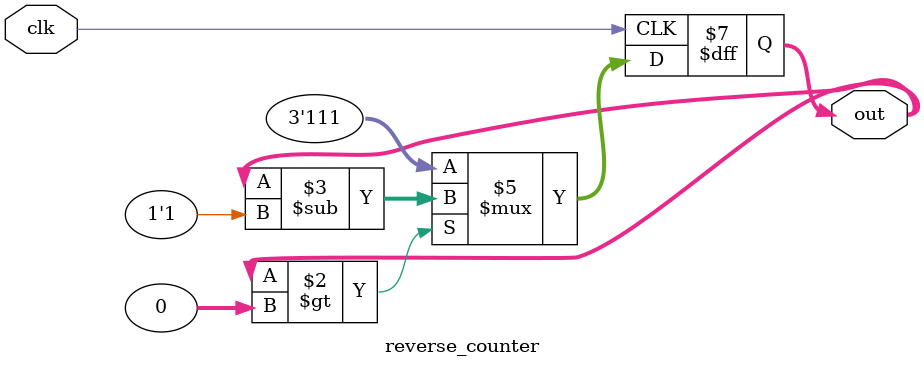
<source format=v>
module reverse_counter(clk, out);
    input clk;                    // è®¡æ°æ¶é
	output reg [2:0] out;             // è®¡æ°å?

	always @(posedge clk)  begin  // å¨æ¶éä¸åæ²¿è®¡æ°å¨å 1
        if(out>0) begin//è®¡æ°å?0000Båå½7
            out<=out-1'b1;// åè½å®ç°
        end
        else begin
            out<=7;
        end
	end                           
endmodule
</source>
